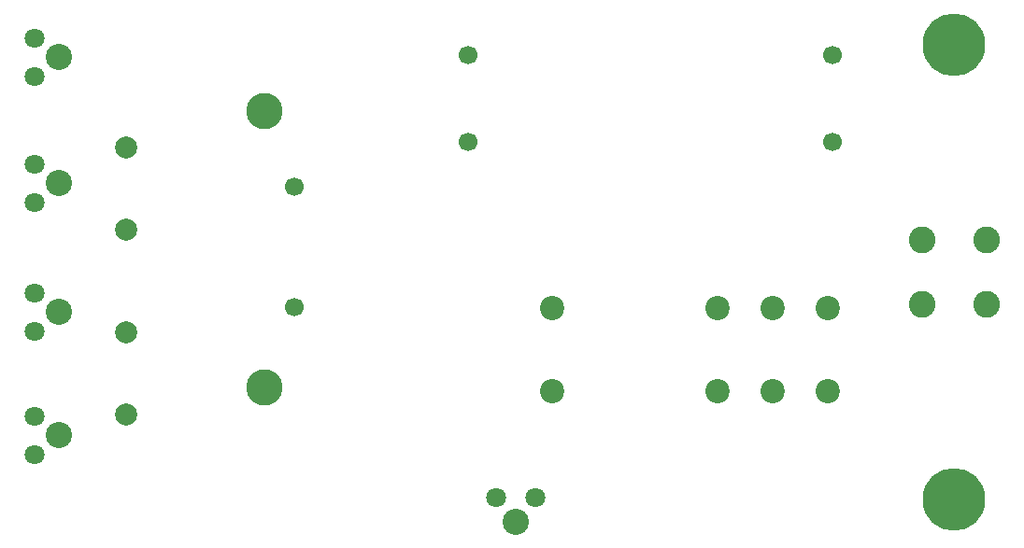
<source format=gbr>
G04 #@! TF.FileFunction,Soldermask,Bot*
%FSLAX46Y46*%
G04 Gerber Fmt 4.6, Leading zero omitted, Abs format (unit mm)*
G04 Created by KiCad (PCBNEW 4.0.7-e2-6376~58~ubuntu16.04.1) date Sun Feb  4 09:06:46 2018*
%MOMM*%
%LPD*%
G01*
G04 APERTURE LIST*
%ADD10C,0.100000*%
%ADD11C,2.200000*%
%ADD12C,2.000000*%
%ADD13C,1.797000*%
%ADD14C,2.381000*%
%ADD15C,1.700000*%
%ADD16C,3.300000*%
%ADD17C,2.420000*%
%ADD18C,5.680000*%
G04 APERTURE END LIST*
D10*
D11*
X172908000Y-56254000D03*
X172908000Y-63754000D03*
X167908000Y-63754000D03*
X152908000Y-63754000D03*
X152908000Y-56254000D03*
X167908000Y-56254000D03*
X177908000Y-63754000D03*
X177908000Y-56254000D03*
D12*
X114300000Y-58420000D03*
X114290000Y-65920000D03*
X114300000Y-41656000D03*
X114290000Y-49156000D03*
D13*
X106000000Y-66040000D03*
X106000000Y-69540000D03*
D14*
X108230000Y-67790000D03*
D13*
X151384000Y-73406000D03*
X147884000Y-73406000D03*
D14*
X149634000Y-75636000D03*
D15*
X178308000Y-41148000D03*
X145308000Y-41148000D03*
X178308000Y-33274000D03*
X145308000Y-33274000D03*
D13*
X106000000Y-31750000D03*
X106000000Y-35250000D03*
D14*
X108230000Y-33500000D03*
D13*
X106000000Y-43180000D03*
X106000000Y-46680000D03*
D14*
X108230000Y-44930000D03*
D13*
X106000000Y-54864000D03*
X106000000Y-58364000D03*
D14*
X108230000Y-56614000D03*
D15*
X129540000Y-56134000D03*
X129540000Y-45234000D03*
D16*
X126870000Y-63447000D03*
X126870000Y-38407000D03*
D17*
X186436000Y-55880000D03*
X186436000Y-50040000D03*
X192286000Y-50040000D03*
X192286000Y-55880000D03*
D18*
X189366000Y-32350000D03*
X189366000Y-73570000D03*
M02*

</source>
